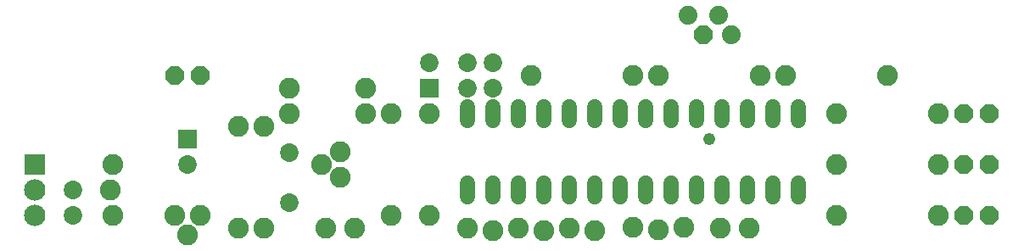
<source format=gts>
G75*
G70*
%OFA0B0*%
%FSLAX24Y24*%
%IPPOS*%
%LPD*%
%AMOC8*
5,1,8,0,0,1.08239X$1,22.5*
%
%ADD10C,0.0600*%
%ADD11C,0.0820*%
%ADD12C,0.0730*%
%ADD13R,0.0730X0.0730*%
%ADD14R,0.0840X0.0840*%
%ADD15C,0.0840*%
%ADD16OC8,0.0740*%
%ADD17C,0.0740*%
%ADD18C,0.0480*%
D10*
X018514Y002849D02*
X018514Y003369D01*
X019514Y003369D02*
X019514Y002849D01*
X020514Y002849D02*
X020514Y003369D01*
X021514Y003369D02*
X021514Y002849D01*
X022514Y002849D02*
X022514Y003369D01*
X023514Y003369D02*
X023514Y002849D01*
X024514Y002849D02*
X024514Y003369D01*
X025514Y003369D02*
X025514Y002849D01*
X026514Y002849D02*
X026514Y003369D01*
X027514Y003369D02*
X027514Y002849D01*
X028514Y002849D02*
X028514Y003369D01*
X029514Y003369D02*
X029514Y002849D01*
X030514Y002849D02*
X030514Y003369D01*
X031514Y003369D02*
X031514Y002849D01*
X031514Y005849D02*
X031514Y006369D01*
X030514Y006369D02*
X030514Y005849D01*
X029514Y005849D02*
X029514Y006369D01*
X028514Y006369D02*
X028514Y005849D01*
X027514Y005849D02*
X027514Y006369D01*
X026514Y006369D02*
X026514Y005849D01*
X025514Y005849D02*
X025514Y006369D01*
X024514Y006369D02*
X024514Y005849D01*
X023514Y005849D02*
X023514Y006369D01*
X022514Y006369D02*
X022514Y005849D01*
X021514Y005849D02*
X021514Y006369D01*
X020514Y006369D02*
X020514Y005849D01*
X019514Y005849D02*
X019514Y006369D01*
X018514Y006369D02*
X018514Y005849D01*
D11*
X017014Y006109D03*
X015514Y006109D03*
X014514Y006109D03*
X014514Y007109D03*
X011514Y007109D03*
X011514Y006109D03*
X010514Y005609D03*
X009514Y005609D03*
X013514Y004609D03*
X012764Y004109D03*
X013514Y003609D03*
X015514Y002109D03*
X017014Y002109D03*
X018514Y001609D03*
X019514Y001509D03*
X020514Y001609D03*
X021514Y001509D03*
X022514Y001609D03*
X023514Y001509D03*
X025014Y001659D03*
X026014Y001559D03*
X027014Y001659D03*
X028444Y001609D03*
X029584Y001609D03*
X033014Y002109D03*
X037014Y002109D03*
X037014Y004109D03*
X033014Y004109D03*
X033014Y006109D03*
X037014Y006109D03*
X035014Y007609D03*
X031014Y007609D03*
X030014Y007609D03*
X026014Y007609D03*
X025014Y007609D03*
X021014Y007609D03*
X004564Y004109D03*
X004464Y003109D03*
X004564Y002109D03*
X007014Y002109D03*
X008014Y002109D03*
X009514Y001609D03*
X010514Y001609D03*
X012944Y001609D03*
X014084Y001609D03*
X007514Y001359D03*
D12*
X011514Y002624D03*
X007514Y004109D03*
X011514Y004593D03*
X003014Y003109D03*
X003014Y002109D03*
X018514Y007109D03*
X019514Y007109D03*
X019514Y008109D03*
X018514Y008109D03*
X017014Y008109D03*
D13*
X017014Y007109D03*
X007514Y005109D03*
D14*
X001514Y004109D03*
D15*
X001514Y002109D03*
X001514Y003109D03*
D16*
X007014Y007609D03*
X008014Y007609D03*
X027764Y009227D03*
X038014Y006109D03*
X039014Y006109D03*
X039014Y004109D03*
X038014Y004109D03*
X038014Y002109D03*
X039014Y002109D03*
D17*
X028864Y009227D03*
X028364Y009990D03*
X027164Y009990D03*
D18*
X028014Y005109D03*
M02*

</source>
